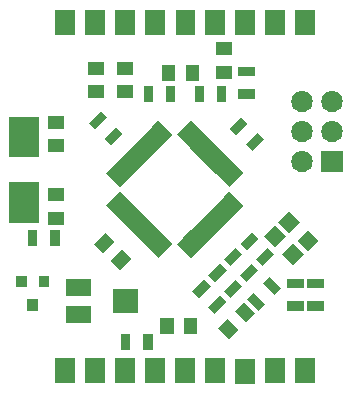
<source format=gbr>
G04 #@! TF.GenerationSoftware,KiCad,Pcbnew,5.0.2-bee76a0~70~ubuntu16.04.1*
G04 #@! TF.CreationDate,2019-03-15T16:31:10-06:00*
G04 #@! TF.ProjectId,AX25_TNC_modemmodule,41583235-5f54-44e4-935f-6d6f64656d6d,rev?*
G04 #@! TF.SameCoordinates,Original*
G04 #@! TF.FileFunction,Soldermask,Top*
G04 #@! TF.FilePolarity,Negative*
%FSLAX46Y46*%
G04 Gerber Fmt 4.6, Leading zero omitted, Abs format (unit mm)*
G04 Created by KiCad (PCBNEW 5.0.2-bee76a0~70~ubuntu16.04.1) date Fri 15 Mar 2019 04:31:10 PM MDT*
%MOMM*%
%LPD*%
G01*
G04 APERTURE LIST*
%ADD10C,0.100000*%
G04 APERTURE END LIST*
D10*
G36*
X157467500Y-126162000D02*
X155841500Y-126162000D01*
X155841500Y-124028000D01*
X157467500Y-124028000D01*
X157467500Y-126162000D01*
X157467500Y-126162000D01*
G37*
G36*
X162547500Y-126098500D02*
X160921500Y-126098500D01*
X160921500Y-123964500D01*
X162547500Y-123964500D01*
X162547500Y-126098500D01*
X162547500Y-126098500D01*
G37*
G36*
X147307500Y-126098500D02*
X145681500Y-126098500D01*
X145681500Y-123964500D01*
X147307500Y-123964500D01*
X147307500Y-126098500D01*
X147307500Y-126098500D01*
G37*
G36*
X142227500Y-126098500D02*
X140601500Y-126098500D01*
X140601500Y-123964500D01*
X142227500Y-123964500D01*
X142227500Y-126098500D01*
X142227500Y-126098500D01*
G37*
G36*
X144767500Y-126098500D02*
X143141500Y-126098500D01*
X143141500Y-123964500D01*
X144767500Y-123964500D01*
X144767500Y-126098500D01*
X144767500Y-126098500D01*
G37*
G36*
X154927500Y-126098500D02*
X153301500Y-126098500D01*
X153301500Y-123964500D01*
X154927500Y-123964500D01*
X154927500Y-126098500D01*
X154927500Y-126098500D01*
G37*
G36*
X160007500Y-126098500D02*
X158381500Y-126098500D01*
X158381500Y-123964500D01*
X160007500Y-123964500D01*
X160007500Y-126098500D01*
X160007500Y-126098500D01*
G37*
G36*
X149847500Y-126098500D02*
X148221500Y-126098500D01*
X148221500Y-123964500D01*
X149847500Y-123964500D01*
X149847500Y-126098500D01*
X149847500Y-126098500D01*
G37*
G36*
X152387500Y-126098500D02*
X150761500Y-126098500D01*
X150761500Y-123964500D01*
X152387500Y-123964500D01*
X152387500Y-126098500D01*
X152387500Y-126098500D01*
G37*
G36*
X148859000Y-123319500D02*
X148057000Y-123319500D01*
X148057000Y-121917500D01*
X148859000Y-121917500D01*
X148859000Y-123319500D01*
X148859000Y-123319500D01*
G37*
G36*
X146959000Y-123319500D02*
X146157000Y-123319500D01*
X146157000Y-121917500D01*
X146959000Y-121917500D01*
X146959000Y-123319500D01*
X146959000Y-123319500D01*
G37*
G36*
X156107907Y-121581102D02*
X155328674Y-122360335D01*
X154372665Y-121404326D01*
X155151898Y-120625093D01*
X156107907Y-121581102D01*
X156107907Y-121581102D01*
G37*
G36*
X152601500Y-121897500D02*
X151499500Y-121897500D01*
X151499500Y-120545500D01*
X152601500Y-120545500D01*
X152601500Y-121897500D01*
X152601500Y-121897500D01*
G37*
G36*
X150601500Y-121897500D02*
X149499500Y-121897500D01*
X149499500Y-120545500D01*
X150601500Y-120545500D01*
X150601500Y-121897500D01*
X150601500Y-121897500D01*
G37*
G36*
X143608500Y-120984000D02*
X141506500Y-120984000D01*
X141506500Y-119582000D01*
X143608500Y-119582000D01*
X143608500Y-120984000D01*
X143608500Y-120984000D01*
G37*
G36*
X157522121Y-120166888D02*
X156742888Y-120946121D01*
X155786879Y-119990112D01*
X156566112Y-119210879D01*
X157522121Y-120166888D01*
X157522121Y-120166888D01*
G37*
G36*
X155085209Y-119230476D02*
X154093845Y-120221840D01*
X153526745Y-119654740D01*
X154518109Y-118663376D01*
X155085209Y-119230476D01*
X155085209Y-119230476D01*
G37*
G36*
X147608500Y-120184000D02*
X145506500Y-120184000D01*
X145506500Y-118082000D01*
X147608500Y-118082000D01*
X147608500Y-120184000D01*
X147608500Y-120184000D01*
G37*
G36*
X158376230Y-119411634D02*
X157809130Y-119978734D01*
X156817766Y-118987370D01*
X157384866Y-118420270D01*
X158376230Y-119411634D01*
X158376230Y-119411634D01*
G37*
G36*
X139137500Y-119976000D02*
X138235500Y-119976000D01*
X138235500Y-118974000D01*
X139137500Y-118974000D01*
X139137500Y-119976000D01*
X139137500Y-119976000D01*
G37*
G36*
X161610000Y-119969000D02*
X160208000Y-119969000D01*
X160208000Y-119167000D01*
X161610000Y-119167000D01*
X161610000Y-119969000D01*
X161610000Y-119969000D01*
G37*
G36*
X163324500Y-119966500D02*
X161922500Y-119966500D01*
X161922500Y-119164500D01*
X163324500Y-119164500D01*
X163324500Y-119966500D01*
X163324500Y-119966500D01*
G37*
G36*
X153741707Y-117886974D02*
X152750343Y-118878338D01*
X152183243Y-118311238D01*
X153174607Y-117319874D01*
X153741707Y-117886974D01*
X153741707Y-117886974D01*
G37*
G36*
X156432247Y-117883437D02*
X155440883Y-118874801D01*
X154873783Y-118307701D01*
X155865147Y-117316337D01*
X156432247Y-117883437D01*
X156432247Y-117883437D01*
G37*
G36*
X143608500Y-118684000D02*
X141506500Y-118684000D01*
X141506500Y-117282000D01*
X143608500Y-117282000D01*
X143608500Y-118684000D01*
X143608500Y-118684000D01*
G37*
G36*
X159719732Y-118068132D02*
X159152632Y-118635232D01*
X158161268Y-117643868D01*
X158728368Y-117076768D01*
X159719732Y-118068132D01*
X159719732Y-118068132D01*
G37*
G36*
X161610000Y-118069000D02*
X160208000Y-118069000D01*
X160208000Y-117267000D01*
X161610000Y-117267000D01*
X161610000Y-118069000D01*
X161610000Y-118069000D01*
G37*
G36*
X163324500Y-118066500D02*
X161922500Y-118066500D01*
X161922500Y-117264500D01*
X163324500Y-117264500D01*
X163324500Y-118066500D01*
X163324500Y-118066500D01*
G37*
G36*
X140087500Y-117976000D02*
X139185500Y-117976000D01*
X139185500Y-116974000D01*
X140087500Y-116974000D01*
X140087500Y-117976000D01*
X140087500Y-117976000D01*
G37*
G36*
X138187500Y-117976000D02*
X137285500Y-117976000D01*
X137285500Y-116974000D01*
X138187500Y-116974000D01*
X138187500Y-117976000D01*
X138187500Y-117976000D01*
G37*
G36*
X155088745Y-116539935D02*
X154097381Y-117531299D01*
X153530281Y-116964199D01*
X154521645Y-115972835D01*
X155088745Y-116539935D01*
X155088745Y-116539935D01*
G37*
G36*
X157779286Y-116536399D02*
X156787922Y-117527763D01*
X156220822Y-116960663D01*
X157212186Y-115969299D01*
X157779286Y-116536399D01*
X157779286Y-116536399D01*
G37*
G36*
X147044621Y-115545112D02*
X146088612Y-116501121D01*
X145309379Y-115721888D01*
X146265388Y-114765879D01*
X147044621Y-115545112D01*
X147044621Y-115545112D01*
G37*
G36*
X156435784Y-115192897D02*
X155444420Y-116184261D01*
X154877320Y-115617161D01*
X155868684Y-114625797D01*
X156435784Y-115192897D01*
X156435784Y-115192897D01*
G37*
G36*
X159126324Y-115189360D02*
X158134960Y-116180724D01*
X157567860Y-115613624D01*
X158559224Y-114622260D01*
X159126324Y-115189360D01*
X159126324Y-115189360D01*
G37*
G36*
X161670788Y-115157134D02*
X160750134Y-116077788D01*
X159829480Y-115157134D01*
X160750134Y-114236480D01*
X161670788Y-115157134D01*
X161670788Y-115157134D01*
G37*
G36*
X146586843Y-110331348D02*
X146586849Y-110331353D01*
X147224648Y-110969152D01*
X147224653Y-110969158D01*
X149415270Y-113159775D01*
X149415276Y-113159780D01*
X150053075Y-113797579D01*
X150053080Y-113797585D01*
X150530377Y-114274882D01*
X149326881Y-115478378D01*
X148777465Y-114928962D01*
X148777460Y-114928956D01*
X148283899Y-114435395D01*
X148283893Y-114435390D01*
X145949038Y-112100535D01*
X145949033Y-112100529D01*
X145455472Y-111606968D01*
X145455466Y-111606963D01*
X144906049Y-111057546D01*
X146109545Y-109854050D01*
X146586843Y-110331348D01*
X146586843Y-110331348D01*
G37*
G36*
X156540785Y-111057546D02*
X152119953Y-115478378D01*
X150916457Y-114274882D01*
X151377491Y-113813848D01*
X151393755Y-113797585D01*
X151393764Y-113797574D01*
X152031554Y-113159784D01*
X152031565Y-113159775D01*
X152047828Y-113143511D01*
X154205918Y-110985421D01*
X154222182Y-110969158D01*
X154222191Y-110969147D01*
X154859981Y-110331357D01*
X154859992Y-110331348D01*
X154876255Y-110315084D01*
X155337289Y-109854050D01*
X156540785Y-111057546D01*
X156540785Y-111057546D01*
G37*
G36*
X145630407Y-114130898D02*
X144674398Y-115086907D01*
X143895165Y-114307674D01*
X144851174Y-113351665D01*
X145630407Y-114130898D01*
X145630407Y-114130898D01*
G37*
G36*
X162877288Y-114014134D02*
X161956634Y-114934788D01*
X161035980Y-114014134D01*
X161956634Y-113093480D01*
X162877288Y-114014134D01*
X162877288Y-114014134D01*
G37*
G36*
X157782822Y-113845858D02*
X156791458Y-114837222D01*
X156224358Y-114270122D01*
X157215722Y-113278758D01*
X157782822Y-113845858D01*
X157782822Y-113845858D01*
G37*
G36*
X160115154Y-113601500D02*
X159194500Y-114522154D01*
X158273846Y-113601500D01*
X159194500Y-112680846D01*
X160115154Y-113601500D01*
X160115154Y-113601500D01*
G37*
G36*
X139084999Y-114493000D02*
X138282999Y-114493000D01*
X138282999Y-113091000D01*
X139084999Y-113091000D01*
X139084999Y-114493000D01*
X139084999Y-114493000D01*
G37*
G36*
X140984999Y-114493000D02*
X140182999Y-114493000D01*
X140182999Y-113091000D01*
X140984999Y-113091000D01*
X140984999Y-114493000D01*
X140984999Y-114493000D01*
G37*
G36*
X161321654Y-112458500D02*
X160401000Y-113379154D01*
X159480346Y-112458500D01*
X160401000Y-111537846D01*
X161321654Y-112458500D01*
X161321654Y-112458500D01*
G37*
G36*
X141328500Y-112660000D02*
X139976500Y-112660000D01*
X139976500Y-111558000D01*
X141328500Y-111558000D01*
X141328500Y-112660000D01*
X141328500Y-112660000D01*
G37*
G36*
X139173000Y-112507500D02*
X136671000Y-112507500D01*
X136671000Y-109080500D01*
X139173000Y-109080500D01*
X139173000Y-112507500D01*
X139173000Y-112507500D01*
G37*
G36*
X141328500Y-110660000D02*
X139976500Y-110660000D01*
X139976500Y-109558000D01*
X141328500Y-109558000D01*
X141328500Y-110660000D01*
X141328500Y-110660000D01*
G37*
G36*
X152669370Y-104393059D02*
X152669375Y-104393065D01*
X153162936Y-104886626D01*
X153162942Y-104886631D01*
X155497797Y-107221486D01*
X155497802Y-107221492D01*
X155991363Y-107715053D01*
X155991369Y-107715058D01*
X156540785Y-108264474D01*
X155337289Y-109467970D01*
X154859992Y-108990673D01*
X154859986Y-108990668D01*
X154222187Y-108352869D01*
X154222182Y-108352863D01*
X152031565Y-106162246D01*
X152031559Y-106162241D01*
X151393760Y-105524442D01*
X151393755Y-105524436D01*
X150916457Y-105047138D01*
X152119953Y-103843642D01*
X152669370Y-104393059D01*
X152669370Y-104393059D01*
G37*
G36*
X150530377Y-105047138D02*
X150053080Y-105524436D01*
X149415270Y-106162246D01*
X148849584Y-106727931D01*
X147718213Y-107859302D01*
X147224653Y-108352863D01*
X146586843Y-108990673D01*
X146109545Y-109467970D01*
X144906049Y-108264474D01*
X145455461Y-107715062D01*
X145455472Y-107715053D01*
X145471736Y-107698790D01*
X145471735Y-107698789D01*
X145932769Y-107237755D01*
X145932770Y-107237756D01*
X145949033Y-107221492D01*
X145949042Y-107221481D01*
X148283888Y-104886635D01*
X148283899Y-104886626D01*
X148300163Y-104870363D01*
X148300162Y-104870362D01*
X148761196Y-104409328D01*
X148761197Y-104409329D01*
X148777460Y-104393065D01*
X148777469Y-104393054D01*
X149326881Y-103843642D01*
X150530377Y-105047138D01*
X150530377Y-105047138D01*
G37*
G36*
X161590943Y-106420519D02*
X161657127Y-106427037D01*
X161770353Y-106461384D01*
X161826967Y-106478557D01*
X161965587Y-106552652D01*
X161983491Y-106562222D01*
X161989822Y-106567418D01*
X162120686Y-106674814D01*
X162203948Y-106776271D01*
X162233278Y-106812009D01*
X162233279Y-106812011D01*
X162316943Y-106968533D01*
X162316943Y-106968534D01*
X162368463Y-107138373D01*
X162385859Y-107315000D01*
X162368463Y-107491627D01*
X162334116Y-107604853D01*
X162316943Y-107661467D01*
X162288295Y-107715062D01*
X162233278Y-107817991D01*
X162203948Y-107853729D01*
X162120686Y-107955186D01*
X162019229Y-108038448D01*
X161983491Y-108067778D01*
X161983489Y-108067779D01*
X161826967Y-108151443D01*
X161770353Y-108168616D01*
X161657127Y-108202963D01*
X161590943Y-108209481D01*
X161524760Y-108216000D01*
X161436240Y-108216000D01*
X161370057Y-108209481D01*
X161303873Y-108202963D01*
X161190647Y-108168616D01*
X161134033Y-108151443D01*
X160977511Y-108067779D01*
X160977509Y-108067778D01*
X160941771Y-108038448D01*
X160840314Y-107955186D01*
X160757052Y-107853729D01*
X160727722Y-107817991D01*
X160672705Y-107715062D01*
X160644057Y-107661467D01*
X160626884Y-107604853D01*
X160592537Y-107491627D01*
X160575141Y-107315000D01*
X160592537Y-107138373D01*
X160644057Y-106968534D01*
X160644057Y-106968533D01*
X160727721Y-106812011D01*
X160727722Y-106812009D01*
X160757052Y-106776271D01*
X160840314Y-106674814D01*
X160971178Y-106567418D01*
X160977509Y-106562222D01*
X160995413Y-106552652D01*
X161134033Y-106478557D01*
X161190647Y-106461384D01*
X161303873Y-106427037D01*
X161370057Y-106420519D01*
X161436240Y-106414000D01*
X161524760Y-106414000D01*
X161590943Y-106420519D01*
X161590943Y-106420519D01*
G37*
G36*
X164921500Y-108216000D02*
X163119500Y-108216000D01*
X163119500Y-106414000D01*
X164921500Y-106414000D01*
X164921500Y-108216000D01*
X164921500Y-108216000D01*
G37*
G36*
X139173000Y-106982500D02*
X136671000Y-106982500D01*
X136671000Y-103555500D01*
X139173000Y-103555500D01*
X139173000Y-106982500D01*
X139173000Y-106982500D01*
G37*
G36*
X141328499Y-106532500D02*
X139976499Y-106532500D01*
X139976499Y-105430500D01*
X141328499Y-105430500D01*
X141328499Y-106532500D01*
X141328499Y-106532500D01*
G37*
G36*
X158259232Y-105451868D02*
X157267868Y-106443232D01*
X156700768Y-105876132D01*
X157692132Y-104884768D01*
X158259232Y-105451868D01*
X158259232Y-105451868D01*
G37*
G36*
X146331234Y-104953870D02*
X145339870Y-105945234D01*
X144772770Y-105378134D01*
X145764134Y-104386770D01*
X146331234Y-104953870D01*
X146331234Y-104953870D01*
G37*
G36*
X161590943Y-103880519D02*
X161657127Y-103887037D01*
X161770353Y-103921384D01*
X161826967Y-103938557D01*
X161965587Y-104012652D01*
X161983491Y-104022222D01*
X162019229Y-104051552D01*
X162120686Y-104134814D01*
X162203948Y-104236271D01*
X162233278Y-104272009D01*
X162233279Y-104272011D01*
X162316943Y-104428533D01*
X162316943Y-104428534D01*
X162368463Y-104598373D01*
X162385859Y-104775000D01*
X162368463Y-104951627D01*
X162339490Y-105047138D01*
X162316943Y-105121467D01*
X162242848Y-105260087D01*
X162233278Y-105277991D01*
X162203948Y-105313729D01*
X162120686Y-105415186D01*
X162019229Y-105498448D01*
X161983491Y-105527778D01*
X161983489Y-105527779D01*
X161826967Y-105611443D01*
X161770353Y-105628616D01*
X161657127Y-105662963D01*
X161590943Y-105669481D01*
X161524760Y-105676000D01*
X161436240Y-105676000D01*
X161370057Y-105669481D01*
X161303873Y-105662963D01*
X161190647Y-105628616D01*
X161134033Y-105611443D01*
X160977511Y-105527779D01*
X160977509Y-105527778D01*
X160941771Y-105498448D01*
X160840314Y-105415186D01*
X160757052Y-105313729D01*
X160727722Y-105277991D01*
X160718152Y-105260087D01*
X160644057Y-105121467D01*
X160621510Y-105047138D01*
X160592537Y-104951627D01*
X160575141Y-104775000D01*
X160592537Y-104598373D01*
X160644057Y-104428534D01*
X160644057Y-104428533D01*
X160727721Y-104272011D01*
X160727722Y-104272009D01*
X160757052Y-104236271D01*
X160840314Y-104134814D01*
X160941771Y-104051552D01*
X160977509Y-104022222D01*
X160995413Y-104012652D01*
X161134033Y-103938557D01*
X161190647Y-103921384D01*
X161303873Y-103887037D01*
X161370057Y-103880519D01*
X161436240Y-103874000D01*
X161524760Y-103874000D01*
X161590943Y-103880519D01*
X161590943Y-103880519D01*
G37*
G36*
X164130943Y-103880519D02*
X164197127Y-103887037D01*
X164310353Y-103921384D01*
X164366967Y-103938557D01*
X164505587Y-104012652D01*
X164523491Y-104022222D01*
X164559229Y-104051552D01*
X164660686Y-104134814D01*
X164743948Y-104236271D01*
X164773278Y-104272009D01*
X164773279Y-104272011D01*
X164856943Y-104428533D01*
X164856943Y-104428534D01*
X164908463Y-104598373D01*
X164925859Y-104775000D01*
X164908463Y-104951627D01*
X164879490Y-105047138D01*
X164856943Y-105121467D01*
X164782848Y-105260087D01*
X164773278Y-105277991D01*
X164743948Y-105313729D01*
X164660686Y-105415186D01*
X164559229Y-105498448D01*
X164523491Y-105527778D01*
X164523489Y-105527779D01*
X164366967Y-105611443D01*
X164310353Y-105628616D01*
X164197127Y-105662963D01*
X164130943Y-105669481D01*
X164064760Y-105676000D01*
X163976240Y-105676000D01*
X163910057Y-105669481D01*
X163843873Y-105662963D01*
X163730647Y-105628616D01*
X163674033Y-105611443D01*
X163517511Y-105527779D01*
X163517509Y-105527778D01*
X163481771Y-105498448D01*
X163380314Y-105415186D01*
X163297052Y-105313729D01*
X163267722Y-105277991D01*
X163258152Y-105260087D01*
X163184057Y-105121467D01*
X163161510Y-105047138D01*
X163132537Y-104951627D01*
X163115141Y-104775000D01*
X163132537Y-104598373D01*
X163184057Y-104428534D01*
X163184057Y-104428533D01*
X163267721Y-104272011D01*
X163267722Y-104272009D01*
X163297052Y-104236271D01*
X163380314Y-104134814D01*
X163481771Y-104051552D01*
X163517509Y-104022222D01*
X163535413Y-104012652D01*
X163674033Y-103938557D01*
X163730647Y-103921384D01*
X163843873Y-103887037D01*
X163910057Y-103880519D01*
X163976240Y-103874000D01*
X164064760Y-103874000D01*
X164130943Y-103880519D01*
X164130943Y-103880519D01*
G37*
G36*
X156915730Y-104108366D02*
X155924366Y-105099730D01*
X155357266Y-104532630D01*
X156348630Y-103541266D01*
X156915730Y-104108366D01*
X156915730Y-104108366D01*
G37*
G36*
X144987732Y-103610368D02*
X143996368Y-104601732D01*
X143429268Y-104034632D01*
X144420632Y-103043268D01*
X144987732Y-103610368D01*
X144987732Y-103610368D01*
G37*
G36*
X141328499Y-104532500D02*
X139976499Y-104532500D01*
X139976499Y-103430500D01*
X141328499Y-103430500D01*
X141328499Y-104532500D01*
X141328499Y-104532500D01*
G37*
G36*
X164130942Y-101340518D02*
X164197127Y-101347037D01*
X164310353Y-101381384D01*
X164366967Y-101398557D01*
X164505587Y-101472652D01*
X164523491Y-101482222D01*
X164559229Y-101511552D01*
X164660686Y-101594814D01*
X164743948Y-101696271D01*
X164773278Y-101732009D01*
X164773279Y-101732011D01*
X164856943Y-101888533D01*
X164856943Y-101888534D01*
X164908463Y-102058373D01*
X164925859Y-102235000D01*
X164908463Y-102411627D01*
X164874116Y-102524853D01*
X164856943Y-102581467D01*
X164782848Y-102720087D01*
X164773278Y-102737991D01*
X164743948Y-102773729D01*
X164660686Y-102875186D01*
X164559229Y-102958448D01*
X164523491Y-102987778D01*
X164523489Y-102987779D01*
X164366967Y-103071443D01*
X164310353Y-103088616D01*
X164197127Y-103122963D01*
X164130942Y-103129482D01*
X164064760Y-103136000D01*
X163976240Y-103136000D01*
X163910058Y-103129482D01*
X163843873Y-103122963D01*
X163730647Y-103088616D01*
X163674033Y-103071443D01*
X163517511Y-102987779D01*
X163517509Y-102987778D01*
X163481771Y-102958448D01*
X163380314Y-102875186D01*
X163297052Y-102773729D01*
X163267722Y-102737991D01*
X163258152Y-102720087D01*
X163184057Y-102581467D01*
X163166884Y-102524853D01*
X163132537Y-102411627D01*
X163115141Y-102235000D01*
X163132537Y-102058373D01*
X163184057Y-101888534D01*
X163184057Y-101888533D01*
X163267721Y-101732011D01*
X163267722Y-101732009D01*
X163297052Y-101696271D01*
X163380314Y-101594814D01*
X163481771Y-101511552D01*
X163517509Y-101482222D01*
X163535413Y-101472652D01*
X163674033Y-101398557D01*
X163730647Y-101381384D01*
X163843873Y-101347037D01*
X163910058Y-101340518D01*
X163976240Y-101334000D01*
X164064760Y-101334000D01*
X164130942Y-101340518D01*
X164130942Y-101340518D01*
G37*
G36*
X161590942Y-101340518D02*
X161657127Y-101347037D01*
X161770353Y-101381384D01*
X161826967Y-101398557D01*
X161965587Y-101472652D01*
X161983491Y-101482222D01*
X162019229Y-101511552D01*
X162120686Y-101594814D01*
X162203948Y-101696271D01*
X162233278Y-101732009D01*
X162233279Y-101732011D01*
X162316943Y-101888533D01*
X162316943Y-101888534D01*
X162368463Y-102058373D01*
X162385859Y-102235000D01*
X162368463Y-102411627D01*
X162334116Y-102524853D01*
X162316943Y-102581467D01*
X162242848Y-102720087D01*
X162233278Y-102737991D01*
X162203948Y-102773729D01*
X162120686Y-102875186D01*
X162019229Y-102958448D01*
X161983491Y-102987778D01*
X161983489Y-102987779D01*
X161826967Y-103071443D01*
X161770353Y-103088616D01*
X161657127Y-103122963D01*
X161590942Y-103129482D01*
X161524760Y-103136000D01*
X161436240Y-103136000D01*
X161370058Y-103129482D01*
X161303873Y-103122963D01*
X161190647Y-103088616D01*
X161134033Y-103071443D01*
X160977511Y-102987779D01*
X160977509Y-102987778D01*
X160941771Y-102958448D01*
X160840314Y-102875186D01*
X160757052Y-102773729D01*
X160727722Y-102737991D01*
X160718152Y-102720087D01*
X160644057Y-102581467D01*
X160626884Y-102524853D01*
X160592537Y-102411627D01*
X160575141Y-102235000D01*
X160592537Y-102058373D01*
X160644057Y-101888534D01*
X160644057Y-101888533D01*
X160727721Y-101732011D01*
X160727722Y-101732009D01*
X160757052Y-101696271D01*
X160840314Y-101594814D01*
X160941771Y-101511552D01*
X160977509Y-101482222D01*
X160995413Y-101472652D01*
X161134033Y-101398557D01*
X161190647Y-101381384D01*
X161303873Y-101347037D01*
X161370058Y-101340518D01*
X161436240Y-101334000D01*
X161524760Y-101334000D01*
X161590942Y-101340518D01*
X161590942Y-101340518D01*
G37*
G36*
X148869000Y-102301000D02*
X148067000Y-102301000D01*
X148067000Y-100899000D01*
X148869000Y-100899000D01*
X148869000Y-102301000D01*
X148869000Y-102301000D01*
G37*
G36*
X155082000Y-102301000D02*
X154280000Y-102301000D01*
X154280000Y-100899000D01*
X155082000Y-100899000D01*
X155082000Y-102301000D01*
X155082000Y-102301000D01*
G37*
G36*
X150769000Y-102301000D02*
X149967000Y-102301000D01*
X149967000Y-100899000D01*
X150769000Y-100899000D01*
X150769000Y-102301000D01*
X150769000Y-102301000D01*
G37*
G36*
X153182000Y-102301000D02*
X152380000Y-102301000D01*
X152380000Y-100899000D01*
X153182000Y-100899000D01*
X153182000Y-102301000D01*
X153182000Y-102301000D01*
G37*
G36*
X157482500Y-101998500D02*
X156080500Y-101998500D01*
X156080500Y-101196500D01*
X157482500Y-101196500D01*
X157482500Y-101998500D01*
X157482500Y-101998500D01*
G37*
G36*
X147170500Y-101960500D02*
X145818500Y-101960500D01*
X145818500Y-100858500D01*
X147170500Y-100858500D01*
X147170500Y-101960500D01*
X147170500Y-101960500D01*
G37*
G36*
X144694000Y-101960500D02*
X143342000Y-101960500D01*
X143342000Y-100858500D01*
X144694000Y-100858500D01*
X144694000Y-101960500D01*
X144694000Y-101960500D01*
G37*
G36*
X150760500Y-100498000D02*
X149658500Y-100498000D01*
X149658500Y-99146000D01*
X150760500Y-99146000D01*
X150760500Y-100498000D01*
X150760500Y-100498000D01*
G37*
G36*
X152760500Y-100498000D02*
X151658500Y-100498000D01*
X151658500Y-99146000D01*
X152760500Y-99146000D01*
X152760500Y-100498000D01*
X152760500Y-100498000D01*
G37*
G36*
X155552500Y-100309500D02*
X154200500Y-100309500D01*
X154200500Y-99207500D01*
X155552500Y-99207500D01*
X155552500Y-100309500D01*
X155552500Y-100309500D01*
G37*
G36*
X157482500Y-100098500D02*
X156080500Y-100098500D01*
X156080500Y-99296500D01*
X157482500Y-99296500D01*
X157482500Y-100098500D01*
X157482500Y-100098500D01*
G37*
G36*
X144694000Y-99960500D02*
X143342000Y-99960500D01*
X143342000Y-98858500D01*
X144694000Y-98858500D01*
X144694000Y-99960500D01*
X144694000Y-99960500D01*
G37*
G36*
X147170500Y-99960500D02*
X145818500Y-99960500D01*
X145818500Y-98858500D01*
X147170500Y-98858500D01*
X147170500Y-99960500D01*
X147170500Y-99960500D01*
G37*
G36*
X155552500Y-98309500D02*
X154200500Y-98309500D01*
X154200500Y-97207500D01*
X155552500Y-97207500D01*
X155552500Y-98309500D01*
X155552500Y-98309500D01*
G37*
G36*
X152451000Y-96634500D02*
X150825000Y-96634500D01*
X150825000Y-94500500D01*
X152451000Y-94500500D01*
X152451000Y-96634500D01*
X152451000Y-96634500D01*
G37*
G36*
X162547500Y-96634500D02*
X160921500Y-96634500D01*
X160921500Y-94500500D01*
X162547500Y-94500500D01*
X162547500Y-96634500D01*
X162547500Y-96634500D01*
G37*
G36*
X157467500Y-96634500D02*
X155841500Y-96634500D01*
X155841500Y-94500500D01*
X157467500Y-94500500D01*
X157467500Y-96634500D01*
X157467500Y-96634500D01*
G37*
G36*
X160007500Y-96634500D02*
X158381500Y-96634500D01*
X158381500Y-94500500D01*
X160007500Y-94500500D01*
X160007500Y-96634500D01*
X160007500Y-96634500D01*
G37*
G36*
X144767500Y-96634500D02*
X143141500Y-96634500D01*
X143141500Y-94500500D01*
X144767500Y-94500500D01*
X144767500Y-96634500D01*
X144767500Y-96634500D01*
G37*
G36*
X142227500Y-96634500D02*
X140601500Y-96634500D01*
X140601500Y-94500500D01*
X142227500Y-94500500D01*
X142227500Y-96634500D01*
X142227500Y-96634500D01*
G37*
G36*
X147307500Y-96634500D02*
X145681500Y-96634500D01*
X145681500Y-94500500D01*
X147307500Y-94500500D01*
X147307500Y-96634500D01*
X147307500Y-96634500D01*
G37*
G36*
X149847500Y-96634500D02*
X148221500Y-96634500D01*
X148221500Y-94500500D01*
X149847500Y-94500500D01*
X149847500Y-96634500D01*
X149847500Y-96634500D01*
G37*
G36*
X154927500Y-96634500D02*
X153301500Y-96634500D01*
X153301500Y-94500500D01*
X154927500Y-94500500D01*
X154927500Y-96634500D01*
X154927500Y-96634500D01*
G37*
M02*

</source>
